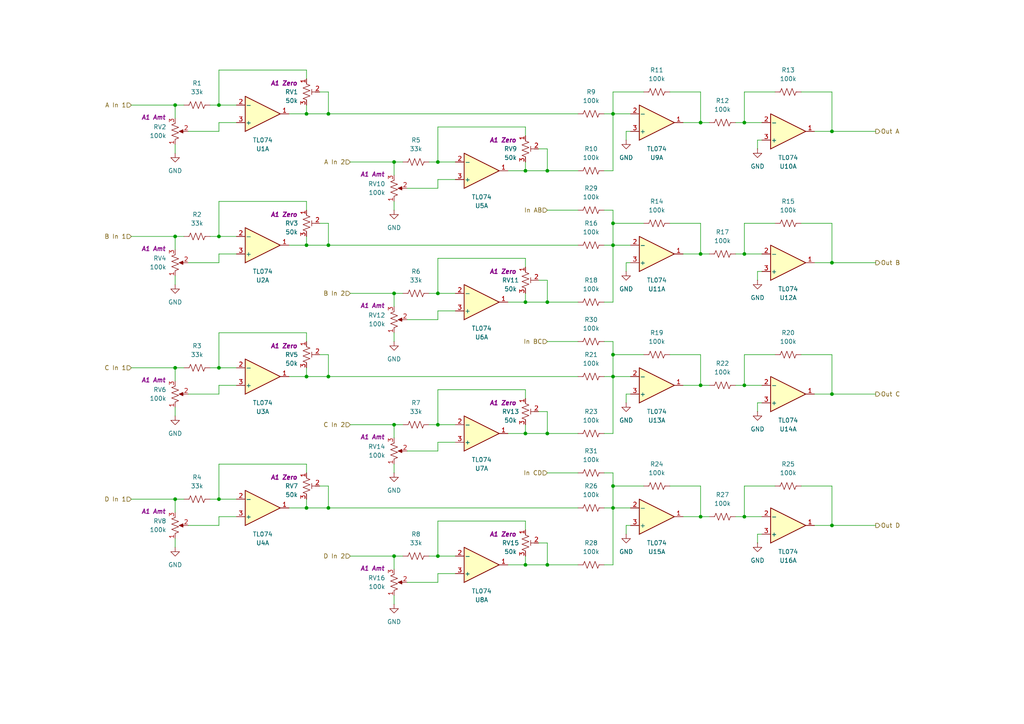
<source format=kicad_sch>
(kicad_sch (version 20250114) (generator "eeschema") (generator_version "9.0")
  (paper "A4")
  (title_block (company "DMH Instruments") (comment 1 "PCB for 5 cm Kosmo format synthesizer module"))
  (lib_symbols
    (symbol "Amplifier_Operational:TL074" (pin_names (offset 0.127))
      (property "Reference" "U" (at 0 5.08 0))
      (property "Value" "TL074" (at 0 -5.08 0))
      (symbol "TL074_1_1"
        (polyline (pts (xy -5.08 5.08) (xy 5.08 0) (xy -5.08 -5.08) (xy -5.08 5.08)) (stroke (width 0.254)) (fill (type background)))
        (pin input line (at -7.62 2.54 0) (length 2.54) (name "+") (number "3"))
        (pin input line (at -7.62 -2.54 0) (length 2.54) (name "-") (number "2"))
        (pin output line (at 7.62 0 180) (length 2.54) (name "~") (number "1"))
      )
      (symbol "TL074_2_1"
        (polyline (pts (xy -5.08 5.08) (xy 5.08 0) (xy -5.08 -5.08) (xy -5.08 5.08)) (stroke (width 0.254)) (fill (type background)))
        (pin input line (at -7.62 2.54 0) (length 2.54) (name "+") (number "5"))
        (pin input line (at -7.62 -2.54 0) (length 2.54) (name "-") (number "6"))
        (pin output line (at 7.62 0 180) (length 2.54) (name "~") (number "7"))
      )
      (symbol "TL074_3_1"
        (polyline (pts (xy -5.08 5.08) (xy 5.08 0) (xy -5.08 -5.08) (xy -5.08 5.08)) (stroke (width 0.254)) (fill (type background)))
        (pin input line (at -7.62 2.54 0) (length 2.54) (name "+") (number "10"))
        (pin input line (at -7.62 -2.54 0) (length 2.54) (name "-") (number "9"))
        (pin output line (at 7.62 0 180) (length 2.54) (name "~") (number "8"))
      )
      (symbol "TL074_4_1"
        (polyline (pts (xy -5.08 5.08) (xy 5.08 0) (xy -5.08 -5.08) (xy -5.08 5.08)) (stroke (width 0.254)) (fill (type background)))
        (pin input line (at -7.62 2.54 0) (length 2.54) (name "+") (number "12"))
        (pin input line (at -7.62 -2.54 0) (length 2.54) (name "-") (number "13"))
        (pin output line (at 7.62 0 180) (length 2.54) (name "~") (number "14"))
      )
      (symbol "TL074_5_1"
        (pin power_in line (at -2.54 7.62 270) (length 3.81) (name "V+") (number "4"))
        (pin power_in line (at -2.54 -7.62 90) (length 3.81) (name "V-") (number "11"))
      )
    )
    (symbol "Device:R_Potentiometer_Trim_US" (pin_names (offset 1.016) (hide yes))
      (property "Reference" "RV" (at -4.445 0 90))
      (property "Value" "R_Potentiometer_Trim_US" (at -2.54 0 90))
      (symbol "R_Potentiometer_Trim_US_0_1"
        (polyline (pts (xy 0 2.286) (xy 0 2.54)))
        (polyline (pts (xy 0 2.286) (xy 1.016 1.905) (xy 0 1.524) (xy -1.016 1.143) (xy 0 0.762)))
        (polyline (pts (xy 0 0.762) (xy 1.016 0.381) (xy 0 0) (xy -1.016 -0.381) (xy 0 -0.762)))
        (polyline (pts (xy 0 -0.762) (xy 1.016 -1.143) (xy 0 -1.524) (xy -1.016 -1.905) (xy 0 -2.286)))
        (polyline (pts (xy 0 -2.286) (xy 0 -2.54)))
        (polyline (pts (xy 1.524 0.762) (xy 1.524 -0.762)))
        (polyline (pts (xy 2.54 0) (xy 1.524 0)))
      )
      (symbol "R_Potentiometer_Trim_US_1_1"
        (pin passive line (at 0 3.81 270) (length 1.27) (name "1") (number "1"))
        (pin passive line (at 0 -3.81 90) (length 1.27) (name "3") (number "3"))
        (pin passive line (at 3.81 0 180) (length 1.27) (name "2") (number "2"))
      )
    )
    (symbol "Device:R_Potentiometer_US" (pin_names (offset 1.016) (hide yes))
      (property "Reference" "RV" (at -4.445 0 90))
      (property "Value" "R_Potentiometer_US" (at -2.54 0 90))
      (symbol "R_Potentiometer_US_0_1"
        (polyline (pts (xy 0 2.54) (xy 0 2.286)))
        (polyline (pts (xy 0 2.286) (xy 1.016 1.905) (xy 0 1.524) (xy -1.016 1.143) (xy 0 0.762)))
        (polyline (pts (xy 0 0.762) (xy 1.016 0.381) (xy 0 0) (xy -1.016 -0.381) (xy 0 -0.762)))
        (polyline (pts (xy 0 -0.762) (xy 1.016 -1.143) (xy 0 -1.524) (xy -1.016 -1.905) (xy 0 -2.286)))
        (polyline (pts (xy 0 -2.286) (xy 0 -2.54)))
        (polyline (pts (xy 1.143 0) (xy 2.286 0.508) (xy 2.286 -0.508) (xy 1.143 0)) (fill (type outline)))
        (polyline (pts (xy 2.54 0) (xy 1.524 0)))
      )
      (symbol "R_Potentiometer_US_1_1"
        (pin passive line (at 0 3.81 270) (length 1.27) (name "1") (number "1"))
        (pin passive line (at 0 -3.81 90) (length 1.27) (name "3") (number "3"))
        (pin passive line (at 3.81 0 180) (length 1.27) (name "2") (number "2"))
      )
    )
    (symbol "Device:R_US" (pin_numbers (hide yes)) (pin_names (offset 0))
      (property "Reference" "R" (at 2.54 0 90))
      (property "Value" "R_US" (at -2.54 0 90))
      (symbol "R_US_0_1"
        (polyline (pts (xy 0 2.286) (xy 0 2.54)))
        (polyline (pts (xy 0 2.286) (xy 1.016 1.905) (xy 0 1.524) (xy -1.016 1.143) (xy 0 0.762)))
        (polyline (pts (xy 0 0.762) (xy 1.016 0.381) (xy 0 0) (xy -1.016 -0.381) (xy 0 -0.762)))
        (polyline (pts (xy 0 -0.762) (xy 1.016 -1.143) (xy 0 -1.524) (xy -1.016 -1.905) (xy 0 -2.286)))
        (polyline (pts (xy 0 -2.286) (xy 0 -2.54)))
      )
      (symbol "R_US_1_1"
        (pin passive line (at 0 3.81 270) (length 1.27) (name "~") (number "1"))
        (pin passive line (at 0 -3.81 90) (length 1.27) (name "~") (number "2"))
      )
    )
    (symbol "power:GND" (power) (pin_numbers (hide yes)) (pin_names (offset 0) (hide yes))
      (property "Value" "GND" (at 0 -3.81 0))
      (symbol "GND_0_1"
        (polyline (pts (xy 0 0) (xy 0 -1.27) (xy 1.27 -1.27) (xy 0 -2.54) (xy -1.27 -1.27) (xy 0 -1.27)))
      )
      (symbol "GND_1_1"
        (pin power_in line (at 0 0 270) (length 0) (name "~") (number "1"))
      )
    )
  )
  (junction (at 63.5 144.78))
  (junction (at 241.3 152.4))
  (junction (at 203.2 73.66))
  (junction (at 241.3 38.1))
  (junction (at 158.75 87.63))
  (junction (at 215.9 149.86))
  (junction (at 63.5 106.68))
  (junction (at 50.8 144.78))
  (junction (at 241.3 76.2))
  (junction (at 63.5 68.58))
  (junction (at 114.3 46.99))
  (junction (at 177.8 140.97))
  (junction (at 127 46.99))
  (junction (at 241.3 114.3))
  (junction (at 177.8 102.87))
  (junction (at 215.9 35.56))
  (junction (at 215.9 111.76))
  (junction (at 127 161.29))
  (junction (at 203.2 35.56))
  (junction (at 158.75 49.53))
  (junction (at 95.25 33.02))
  (junction (at 88.9 109.22))
  (junction (at 95.25 71.12))
  (junction (at 127 85.09))
  (junction (at 203.2 149.86))
  (junction (at 95.25 109.22))
  (junction (at 177.8 147.32))
  (junction (at 152.4 163.83))
  (junction (at 114.3 123.19))
  (junction (at 158.75 163.83))
  (junction (at 114.3 161.29))
  (junction (at 152.4 87.63))
  (junction (at 88.9 71.12))
  (junction (at 63.5 30.48))
  (junction (at 114.3 85.09))
  (junction (at 95.25 147.32))
  (junction (at 177.8 109.22))
  (junction (at 177.8 64.77))
  (junction (at 152.4 125.73))
  (junction (at 158.75 125.73))
  (junction (at 88.9 147.32))
  (junction (at 215.9 73.66))
  (junction (at 177.8 71.12))
  (junction (at 88.9 33.02))
  (junction (at 152.4 49.53))
  (junction (at 177.8 33.02))
  (junction (at 203.2 111.76))
  (junction (at 127 123.19))
  (junction (at 50.8 68.58))
  (junction (at 50.8 106.68))
  (junction (at 50.8 30.48))
  (wire (pts (xy 177.8 60.96) (xy 177.8 64.77)))
  (wire (pts (xy 175.26 109.22) (xy 177.8 109.22)))
  (wire (pts (xy 203.2 35.56) (xy 198.12 35.56)))
  (wire (pts (xy 95.25 33.02) (xy 167.64 33.02)))
  (wire (pts (xy 127 46.99) (xy 132.08 46.99)))
  (wire (pts (xy 147.32 49.53) (xy 152.4 49.53)))
  (wire (pts (xy 60.96 106.68) (xy 63.5 106.68)))
  (wire (pts (xy 124.46 46.99) (xy 127 46.99)))
  (wire (pts (xy 114.3 161.29) (xy 114.3 165.1)))
  (wire (pts (xy 83.82 33.02) (xy 88.9 33.02)))
  (wire (pts (xy 224.79 64.77) (xy 215.9 64.77)))
  (wire (pts (xy 152.4 163.83) (xy 158.75 163.83)))
  (wire (pts (xy 156.21 119.38) (xy 158.75 119.38)))
  (wire (pts (xy 54.61 38.1) (xy 63.5 38.1)))
  (wire (pts (xy 158.75 87.63) (xy 167.64 87.63)))
  (wire (pts (xy 54.61 152.4) (xy 63.5 152.4)))
  (wire (pts (xy 186.69 102.87) (xy 177.8 102.87)))
  (wire (pts (xy 194.31 26.67) (xy 203.2 26.67)))
  (wire (pts (xy 175.26 33.02) (xy 177.8 33.02)))
  (wire (pts (xy 118.11 54.61) (xy 127 54.61)))
  (wire (pts (xy 182.88 76.2) (xy 181.61 76.2)))
  (wire (pts (xy 219.71 40.64) (xy 219.71 43.18)))
  (wire (pts (xy 50.8 30.48) (xy 53.34 30.48)))
  (wire (pts (xy 147.32 125.73) (xy 152.4 125.73)))
  (wire (pts (xy 152.4 151.13) (xy 152.4 153.67)))
  (wire (pts (xy 50.8 68.58) (xy 50.8 72.39)))
  (wire (pts (xy 101.6 85.09) (xy 114.3 85.09)))
  (wire (pts (xy 177.8 33.02) (xy 182.88 33.02)))
  (wire (pts (xy 203.2 111.76) (xy 198.12 111.76)))
  (wire (pts (xy 203.2 73.66) (xy 205.74 73.66)))
  (wire (pts (xy 156.21 43.18) (xy 158.75 43.18)))
  (wire (pts (xy 186.69 64.77) (xy 177.8 64.77)))
  (wire (pts (xy 232.41 102.87) (xy 241.3 102.87)))
  (wire (pts (xy 182.88 38.1) (xy 181.61 38.1)))
  (wire (pts (xy 88.9 33.02) (xy 88.9 30.48)))
  (wire (pts (xy 83.82 109.22) (xy 88.9 109.22)))
  (wire (pts (xy 50.8 106.68) (xy 53.34 106.68)))
  (wire (pts (xy 241.3 38.1) (xy 254 38.1)))
  (wire (pts (xy 177.8 64.77) (xy 177.8 71.12)))
  (wire (pts (xy 114.3 172.72) (xy 114.3 175.26)))
  (wire (pts (xy 83.82 147.32) (xy 88.9 147.32)))
  (wire (pts (xy 215.9 149.86) (xy 220.98 149.86)))
  (wire (pts (xy 181.61 152.4) (xy 181.61 154.94)))
  (wire (pts (xy 63.5 152.4) (xy 63.5 149.86)))
  (wire (pts (xy 50.8 118.11) (xy 50.8 120.65)))
  (wire (pts (xy 241.3 102.87) (xy 241.3 114.3)))
  (wire (pts (xy 88.9 134.62) (xy 88.9 137.16)))
  (wire (pts (xy 118.11 92.71) (xy 127 92.71)))
  (wire (pts (xy 127 123.19) (xy 132.08 123.19)))
  (wire (pts (xy 114.3 96.52) (xy 114.3 99.06)))
  (wire (pts (xy 114.3 123.19) (xy 116.84 123.19)))
  (wire (pts (xy 194.31 64.77) (xy 203.2 64.77)))
  (wire (pts (xy 63.5 20.32) (xy 63.5 30.48)))
  (wire (pts (xy 127 161.29) (xy 132.08 161.29)))
  (wire (pts (xy 63.5 114.3) (xy 63.5 111.76)))
  (wire (pts (xy 182.88 114.3) (xy 181.61 114.3)))
  (wire (pts (xy 241.3 152.4) (xy 254 152.4)))
  (wire (pts (xy 127 92.71) (xy 127 90.17)))
  (wire (pts (xy 215.9 140.97) (xy 215.9 149.86)))
  (wire (pts (xy 95.25 64.77) (xy 95.25 71.12)))
  (wire (pts (xy 88.9 147.32) (xy 88.9 144.78)))
  (wire (pts (xy 147.32 87.63) (xy 152.4 87.63)))
  (wire (pts (xy 127 74.93) (xy 127 85.09)))
  (wire (pts (xy 220.98 116.84) (xy 219.71 116.84)))
  (wire (pts (xy 95.25 102.87) (xy 95.25 109.22)))
  (wire (pts (xy 177.8 137.16) (xy 177.8 140.97)))
  (wire (pts (xy 127 128.27) (xy 132.08 128.27)))
  (wire (pts (xy 236.22 38.1) (xy 241.3 38.1)))
  (wire (pts (xy 38.1 30.48) (xy 50.8 30.48)))
  (wire (pts (xy 203.2 140.97) (xy 203.2 149.86)))
  (wire (pts (xy 203.2 149.86) (xy 198.12 149.86)))
  (wire (pts (xy 152.4 113.03) (xy 152.4 115.57)))
  (wire (pts (xy 194.31 102.87) (xy 203.2 102.87)))
  (wire (pts (xy 38.1 106.68) (xy 50.8 106.68)))
  (wire (pts (xy 158.75 43.18) (xy 158.75 49.53)))
  (wire (pts (xy 63.5 106.68) (xy 68.58 106.68)))
  (wire (pts (xy 63.5 30.48) (xy 68.58 30.48)))
  (wire (pts (xy 203.2 111.76) (xy 205.74 111.76)))
  (wire (pts (xy 63.5 73.66) (xy 68.58 73.66)))
  (wire (pts (xy 127 36.83) (xy 152.4 36.83)))
  (wire (pts (xy 177.8 26.67) (xy 177.8 33.02)))
  (wire (pts (xy 224.79 140.97) (xy 215.9 140.97)))
  (wire (pts (xy 63.5 76.2) (xy 63.5 73.66)))
  (wire (pts (xy 241.3 76.2) (xy 254 76.2)))
  (wire (pts (xy 215.9 26.67) (xy 215.9 35.56)))
  (wire (pts (xy 63.5 20.32) (xy 88.9 20.32)))
  (wire (pts (xy 177.8 102.87) (xy 177.8 109.22)))
  (wire (pts (xy 215.9 64.77) (xy 215.9 73.66)))
  (wire (pts (xy 241.3 64.77) (xy 241.3 76.2)))
  (wire (pts (xy 63.5 134.62) (xy 88.9 134.62)))
  (wire (pts (xy 127 113.03) (xy 127 123.19)))
  (wire (pts (xy 127 166.37) (xy 132.08 166.37)))
  (wire (pts (xy 63.5 35.56) (xy 68.58 35.56)))
  (wire (pts (xy 219.71 78.74) (xy 219.71 81.28)))
  (wire (pts (xy 213.36 149.86) (xy 215.9 149.86)))
  (wire (pts (xy 83.82 71.12) (xy 88.9 71.12)))
  (wire (pts (xy 236.22 114.3) (xy 241.3 114.3)))
  (wire (pts (xy 158.75 60.96) (xy 167.64 60.96)))
  (wire (pts (xy 203.2 73.66) (xy 198.12 73.66)))
  (wire (pts (xy 177.8 163.83) (xy 177.8 147.32)))
  (wire (pts (xy 182.88 152.4) (xy 181.61 152.4)))
  (wire (pts (xy 175.26 125.73) (xy 177.8 125.73)))
  (wire (pts (xy 215.9 73.66) (xy 220.98 73.66)))
  (wire (pts (xy 232.41 64.77) (xy 241.3 64.77)))
  (wire (pts (xy 124.46 123.19) (xy 127 123.19)))
  (wire (pts (xy 156.21 81.28) (xy 158.75 81.28)))
  (wire (pts (xy 63.5 38.1) (xy 63.5 35.56)))
  (wire (pts (xy 114.3 161.29) (xy 116.84 161.29)))
  (wire (pts (xy 232.41 26.67) (xy 241.3 26.67)))
  (wire (pts (xy 158.75 99.06) (xy 167.64 99.06)))
  (wire (pts (xy 175.26 60.96) (xy 177.8 60.96)))
  (wire (pts (xy 88.9 109.22) (xy 88.9 106.68)))
  (wire (pts (xy 181.61 114.3) (xy 181.61 116.84)))
  (wire (pts (xy 38.1 68.58) (xy 50.8 68.58)))
  (wire (pts (xy 177.8 99.06) (xy 177.8 102.87)))
  (wire (pts (xy 152.4 36.83) (xy 152.4 39.37)))
  (wire (pts (xy 177.8 109.22) (xy 182.88 109.22)))
  (wire (pts (xy 127 52.07) (xy 132.08 52.07)))
  (wire (pts (xy 92.71 102.87) (xy 95.25 102.87)))
  (wire (pts (xy 175.26 163.83) (xy 177.8 163.83)))
  (wire (pts (xy 63.5 68.58) (xy 68.58 68.58)))
  (wire (pts (xy 219.71 154.94) (xy 219.71 157.48)))
  (wire (pts (xy 158.75 125.73) (xy 167.64 125.73)))
  (wire (pts (xy 186.69 140.97) (xy 177.8 140.97)))
  (wire (pts (xy 50.8 68.58) (xy 53.34 68.58)))
  (wire (pts (xy 88.9 71.12) (xy 88.9 68.58)))
  (wire (pts (xy 114.3 46.99) (xy 114.3 50.8)))
  (wire (pts (xy 177.8 147.32) (xy 182.88 147.32)))
  (wire (pts (xy 152.4 125.73) (xy 152.4 123.19)))
  (wire (pts (xy 114.3 46.99) (xy 116.84 46.99)))
  (wire (pts (xy 50.8 41.91) (xy 50.8 44.45)))
  (wire (pts (xy 127 168.91) (xy 127 166.37)))
  (wire (pts (xy 224.79 102.87) (xy 215.9 102.87)))
  (wire (pts (xy 127 130.81) (xy 127 128.27)))
  (wire (pts (xy 95.25 26.67) (xy 95.25 33.02)))
  (wire (pts (xy 215.9 102.87) (xy 215.9 111.76)))
  (wire (pts (xy 213.36 35.56) (xy 215.9 35.56)))
  (wire (pts (xy 224.79 26.67) (xy 215.9 26.67)))
  (wire (pts (xy 220.98 78.74) (xy 219.71 78.74)))
  (wire (pts (xy 203.2 102.87) (xy 203.2 111.76)))
  (wire (pts (xy 241.3 26.67) (xy 241.3 38.1)))
  (wire (pts (xy 114.3 58.42) (xy 114.3 60.96)))
  (wire (pts (xy 50.8 30.48) (xy 50.8 34.29)))
  (wire (pts (xy 127 90.17) (xy 132.08 90.17)))
  (wire (pts (xy 147.32 163.83) (xy 152.4 163.83)))
  (wire (pts (xy 54.61 76.2) (xy 63.5 76.2)))
  (wire (pts (xy 50.8 106.68) (xy 50.8 110.49)))
  (wire (pts (xy 158.75 137.16) (xy 167.64 137.16)))
  (wire (pts (xy 63.5 134.62) (xy 63.5 144.78)))
  (wire (pts (xy 177.8 140.97) (xy 177.8 147.32)))
  (wire (pts (xy 181.61 38.1) (xy 181.61 40.64)))
  (wire (pts (xy 215.9 35.56) (xy 220.98 35.56)))
  (wire (pts (xy 186.69 26.67) (xy 177.8 26.67)))
  (wire (pts (xy 95.25 140.97) (xy 95.25 147.32)))
  (wire (pts (xy 175.26 147.32) (xy 177.8 147.32)))
  (wire (pts (xy 175.26 87.63) (xy 177.8 87.63)))
  (wire (pts (xy 194.31 140.97) (xy 203.2 140.97)))
  (wire (pts (xy 220.98 40.64) (xy 219.71 40.64)))
  (wire (pts (xy 127 151.13) (xy 127 161.29)))
  (wire (pts (xy 92.71 26.67) (xy 95.25 26.67)))
  (wire (pts (xy 152.4 87.63) (xy 152.4 85.09)))
  (wire (pts (xy 232.41 140.97) (xy 241.3 140.97)))
  (wire (pts (xy 241.3 140.97) (xy 241.3 152.4)))
  (wire (pts (xy 215.9 111.76) (xy 220.98 111.76)))
  (wire (pts (xy 95.25 109.22) (xy 167.64 109.22)))
  (wire (pts (xy 114.3 85.09) (xy 116.84 85.09)))
  (wire (pts (xy 127 151.13) (xy 152.4 151.13)))
  (wire (pts (xy 152.4 87.63) (xy 158.75 87.63)))
  (wire (pts (xy 118.11 168.91) (xy 127 168.91)))
  (wire (pts (xy 127 74.93) (xy 152.4 74.93)))
  (wire (pts (xy 50.8 80.01) (xy 50.8 82.55)))
  (wire (pts (xy 127 54.61) (xy 127 52.07)))
  (wire (pts (xy 158.75 157.48) (xy 158.75 163.83)))
  (wire (pts (xy 88.9 33.02) (xy 95.25 33.02)))
  (wire (pts (xy 152.4 125.73) (xy 158.75 125.73)))
  (wire (pts (xy 213.36 111.76) (xy 215.9 111.76)))
  (wire (pts (xy 63.5 58.42) (xy 63.5 68.58)))
  (wire (pts (xy 158.75 119.38) (xy 158.75 125.73)))
  (wire (pts (xy 220.98 154.94) (xy 219.71 154.94)))
  (wire (pts (xy 50.8 156.21) (xy 50.8 158.75)))
  (wire (pts (xy 63.5 111.76) (xy 68.58 111.76)))
  (wire (pts (xy 219.71 116.84) (xy 219.71 119.38)))
  (wire (pts (xy 114.3 134.62) (xy 114.3 137.16)))
  (wire (pts (xy 203.2 35.56) (xy 205.74 35.56)))
  (wire (pts (xy 236.22 76.2) (xy 241.3 76.2)))
  (wire (pts (xy 213.36 73.66) (xy 215.9 73.66)))
  (wire (pts (xy 177.8 71.12) (xy 182.88 71.12)))
  (wire (pts (xy 175.26 71.12) (xy 177.8 71.12)))
  (wire (pts (xy 203.2 149.86) (xy 205.74 149.86)))
  (wire (pts (xy 203.2 64.77) (xy 203.2 73.66)))
  (wire (pts (xy 95.25 147.32) (xy 167.64 147.32)))
  (wire (pts (xy 88.9 147.32) (xy 95.25 147.32)))
  (wire (pts (xy 88.9 71.12) (xy 95.25 71.12)))
  (wire (pts (xy 63.5 144.78) (xy 68.58 144.78)))
  (wire (pts (xy 124.46 85.09) (xy 127 85.09)))
  (wire (pts (xy 124.46 161.29) (xy 127 161.29)))
  (wire (pts (xy 101.6 161.29) (xy 114.3 161.29)))
  (wire (pts (xy 175.26 137.16) (xy 177.8 137.16)))
  (wire (pts (xy 203.2 26.67) (xy 203.2 35.56)))
  (wire (pts (xy 152.4 49.53) (xy 152.4 46.99)))
  (wire (pts (xy 118.11 130.81) (xy 127 130.81)))
  (wire (pts (xy 60.96 68.58) (xy 63.5 68.58)))
  (wire (pts (xy 114.3 123.19) (xy 114.3 127)))
  (wire (pts (xy 92.71 64.77) (xy 95.25 64.77)))
  (wire (pts (xy 177.8 49.53) (xy 177.8 33.02)))
  (wire (pts (xy 175.26 99.06) (xy 177.8 99.06)))
  (wire (pts (xy 152.4 163.83) (xy 152.4 161.29)))
  (wire (pts (xy 241.3 114.3) (xy 254 114.3)))
  (wire (pts (xy 127 36.83) (xy 127 46.99)))
  (wire (pts (xy 158.75 163.83) (xy 167.64 163.83)))
  (wire (pts (xy 181.61 76.2) (xy 181.61 78.74)))
  (wire (pts (xy 177.8 125.73) (xy 177.8 109.22)))
  (wire (pts (xy 158.75 81.28) (xy 158.75 87.63)))
  (wire (pts (xy 152.4 74.93) (xy 152.4 77.47)))
  (wire (pts (xy 101.6 46.99) (xy 114.3 46.99)))
  (wire (pts (xy 88.9 20.32) (xy 88.9 22.86)))
  (wire (pts (xy 127 85.09) (xy 132.08 85.09)))
  (wire (pts (xy 50.8 144.78) (xy 50.8 148.59)))
  (wire (pts (xy 114.3 85.09) (xy 114.3 88.9)))
  (wire (pts (xy 95.25 71.12) (xy 167.64 71.12)))
  (wire (pts (xy 236.22 152.4) (xy 241.3 152.4)))
  (wire (pts (xy 156.21 157.48) (xy 158.75 157.48)))
  (wire (pts (xy 63.5 149.86) (xy 68.58 149.86)))
  (wire (pts (xy 63.5 58.42) (xy 88.9 58.42)))
  (wire (pts (xy 63.5 96.52) (xy 63.5 106.68)))
  (wire (pts (xy 101.6 123.19) (xy 114.3 123.19)))
  (wire (pts (xy 38.1 144.78) (xy 50.8 144.78)))
  (wire (pts (xy 158.75 49.53) (xy 167.64 49.53)))
  (wire (pts (xy 92.71 140.97) (xy 95.25 140.97)))
  (wire (pts (xy 175.26 49.53) (xy 177.8 49.53)))
  (wire (pts (xy 60.96 144.78) (xy 63.5 144.78)))
  (wire (pts (xy 88.9 96.52) (xy 88.9 99.06)))
  (wire (pts (xy 177.8 87.63) (xy 177.8 71.12)))
  (wire (pts (xy 88.9 109.22) (xy 95.25 109.22)))
  (wire (pts (xy 88.9 58.42) (xy 88.9 60.96)))
  (wire (pts (xy 152.4 49.53) (xy 158.75 49.53)))
  (wire (pts (xy 127 113.03) (xy 152.4 113.03)))
  (wire (pts (xy 50.8 144.78) (xy 53.34 144.78)))
  (wire (pts (xy 54.61 114.3) (xy 63.5 114.3)))
  (wire (pts (xy 63.5 96.52) (xy 88.9 96.52)))
  (wire (pts (xy 60.96 30.48) (xy 63.5 30.48)))
  (hierarchical_label "D In 1" (shape input) (at 38.1 144.78 180))
  (hierarchical_label "In CD" (shape input) (at 158.75 137.16 180))
  (hierarchical_label "A In 2" (shape input) (at 101.6 46.99 180))
  (hierarchical_label "D In 2" (shape input) (at 101.6 161.29 180))
  (hierarchical_label "In BC" (shape input) (at 158.75 99.06 180))
  (hierarchical_label "C In 2" (shape input) (at 101.6 123.19 180))
  (hierarchical_label "Out A" (shape output) (at 254 38.1 0))
  (hierarchical_label "Out B" (shape output) (at 254 76.2 0))
  (hierarchical_label "A In 1" (shape input) (at 38.1 30.48 180))
  (hierarchical_label "C In 1" (shape input) (at 38.1 106.68 180))
  (hierarchical_label "Out D" (shape output) (at 254 152.4 0))
  (hierarchical_label "B In 2" (shape input) (at 101.6 85.09 180))
  (hierarchical_label "In AB" (shape input) (at 158.75 60.96 180))
  (hierarchical_label "Out C" (shape output) (at 254 114.3 0))
  (hierarchical_label "B In 1" (shape input) (at 38.1 68.58 180))
  (symbol (lib_id "Device:R_US") (at 209.55 149.86 90) (unit 1) (on_board no)
    (property "Reference" "R27" (at 209.55 143.51 90))
    (property "Value" "100k" (at 209.55 146.05 90))
    (property "Footprint" "Resistor_THT:R_Axial_DIN0207_L6.3mm_D2.5mm_P7.62mm_Horizontal" (effects (hide yes)))
    (property "Description" "Resistor, US symbol" (effects (hide yes)))
  )
  (symbol (lib_id "power:GND") (at 181.61 40.64 0) (unit 1) (on_board no)
    (property "Reference" "#PWR019" (effects (hide yes)))
    (property "Value" "GND" (at 181.61 45.72 0))
    (property "Description" "Power symbol creates a global label with name \"GND\" , ground" (effects (hide yes)))
  )
  (symbol (lib_id "power:GND") (at 181.61 154.94 0) (unit 1) (on_board no)
    (property "Reference" "#PWR025" (effects (hide yes)))
    (property "Value" "GND" (at 181.61 160.02 0))
    (property "Description" "Power symbol creates a global label with name \"GND\" , ground" (effects (hide yes)))
  )
  (symbol (lib_id "power:GND") (at 50.8 82.55 0) (unit 1) (on_board no)
    (property "Reference" "#PWR02" (effects (hide yes)))
    (property "Value" "GND" (at 50.8 87.63 0))
    (property "Description" "Power symbol creates a global label with name \"GND\" , ground" (effects (hide yes)))
  )
  (symbol (lib_id "Amplifier_Operational:TL074") (at 190.5 35.56 0) (mirror x) (unit 1)
    (property "Reference" "U9" (at 190.5 45.72 0))
    (property "Value" "TL074" (at 190.5 43.18 0))
    (property "Datasheet" "http://www.ti.com/lit/ds/symlink/tl071.pdf" (effects (hide yes)))
    (property "Description" "Quad Low-Noise JFET-Input Operational Amplifiers, DIP-14/SOIC-14" (effects (hide yes)))
  )
  (symbol (lib_id "power:GND") (at 219.71 81.28 0) (unit 1) (on_board no)
    (property "Reference" "#PWR022" (effects (hide yes)))
    (property "Value" "GND" (at 219.71 86.36 0))
    (property "Description" "Power symbol creates a global label with name \"GND\" , ground" (effects (hide yes)))
  )
  (symbol (lib_id "Amplifier_Operational:TL074") (at 228.6 152.4 0) (mirror x) (unit 1)
    (property "Reference" "U16" (at 228.6 162.56 0))
    (property "Value" "TL074" (at 228.6 160.02 0))
    (property "Datasheet" "http://www.ti.com/lit/ds/symlink/tl071.pdf" (effects (hide yes)))
    (property "Description" "Quad Low-Noise JFET-Input Operational Amplifiers, DIP-14/SOIC-14" (effects (hide yes)))
  )
  (symbol (lib_id "Amplifier_Operational:TL074") (at 76.2 71.12 0) (mirror x) (unit 1) (on_board no)
    (property "Reference" "U2" (at 76.2 81.28 0))
    (property "Value" "TL074" (at 76.2 78.74 0))
    (property "Footprint" "Package_DIP:DIP-14_W7.62mm_Socket" (effects (hide yes)))
    (property "Datasheet" "http://www.ti.com/lit/ds/symlink/tl071.pdf" (effects (hide yes)))
    (property "Description" "Quad Low-Noise JFET-Input Operational Amplifiers, DIP-14/SOIC-14" (effects (hide yes)))
  )
  (symbol (lib_id "Amplifier_Operational:TL074") (at 190.5 111.76 0) (mirror x) (unit 1)
    (property "Reference" "U13" (at 190.5 121.92 0))
    (property "Value" "TL074" (at 190.5 119.38 0))
    (property "Datasheet" "http://www.ti.com/lit/ds/symlink/tl071.pdf" (effects (hide yes)))
    (property "Description" "Quad Low-Noise JFET-Input Operational Amplifiers, DIP-14/SOIC-14" (effects (hide yes)))
  )
  (symbol (lib_id "Amplifier_Operational:TL074") (at 76.2 109.22 0) (mirror x) (unit 1) (on_board no)
    (property "Reference" "U3" (at 76.2 119.38 0))
    (property "Value" "TL074" (at 76.2 116.84 0))
    (property "Footprint" "Package_DIP:DIP-14_W7.62mm_Socket" (effects (hide yes)))
    (property "Datasheet" "http://www.ti.com/lit/ds/symlink/tl071.pdf" (effects (hide yes)))
    (property "Description" "Quad Low-Noise JFET-Input Operational Amplifiers, DIP-14/SOIC-14" (effects (hide yes)))
  )
  (symbol (lib_id "Device:R_Potentiometer_Trim_US") (at 152.4 157.48 0) (unit 1) (on_board no)
    (property "Reference" "RV15" (at 148.082 157.48 0))
    (property "Value" "50k" (at 148.082 160.02 0))
    (property "Footprint" "Potentiometer_THT:Potentiometer_Bourns_3296X_Horizontal" (effects (hide yes)))
    (property "Description" "Trim-potentiometer, US symbol" (effects (hide yes)))
    (property "Function" "A1 Zero" (at 145.796 154.94 0) (effects (font (thickness 0.254) (bold yes) (italic yes))))
  )
  (symbol (lib_id "Amplifier_Operational:TL074") (at 228.6 38.1 0) (mirror x) (unit 1)
    (property "Reference" "U10" (at 228.6 48.26 0))
    (property "Value" "TL074" (at 228.6 45.72 0))
    (property "Datasheet" "http://www.ti.com/lit/ds/symlink/tl071.pdf" (effects (hide yes)))
    (property "Description" "Quad Low-Noise JFET-Input Operational Amplifiers, DIP-14/SOIC-14" (effects (hide yes)))
  )
  (symbol (lib_id "Device:R_US") (at 171.45 99.06 90) (unit 1) (on_board no)
    (property "Reference" "R30" (at 171.45 92.71 90))
    (property "Value" "100k" (at 171.45 95.25 90))
    (property "Footprint" "Resistor_THT:R_Axial_DIN0207_L6.3mm_D2.5mm_P7.62mm_Horizontal" (effects (hide yes)))
    (property "Description" "Resistor, US symbol" (effects (hide yes)))
  )
  (symbol (lib_id "Device:R_Potentiometer_Trim_US") (at 152.4 43.18 0) (unit 1) (on_board no)
    (property "Reference" "RV9" (at 148.082 43.18 0))
    (property "Value" "50k" (at 148.082 45.72 0))
    (property "Footprint" "Potentiometer_THT:Potentiometer_Bourns_3296X_Horizontal" (effects (hide yes)))
    (property "Description" "Trim-potentiometer, US symbol" (effects (hide yes)))
    (property "Function" "A1 Zero" (at 145.796 40.64 0) (effects (font (thickness 0.254) (bold yes) (italic yes))))
  )
  (symbol (lib_id "power:GND") (at 181.61 78.74 0) (unit 1) (on_board no)
    (property "Reference" "#PWR021" (effects (hide yes)))
    (property "Value" "GND" (at 181.61 83.82 0))
    (property "Description" "Power symbol creates a global label with name \"GND\" , ground" (effects (hide yes)))
  )
  (symbol (lib_id "Device:R_Potentiometer_US") (at 114.3 54.61 0) (mirror x) (unit 1) (on_board no)
    (property "Reference" "RV10" (at 111.76 53.3399 0) (effects (justify right)))
    (property "Value" "100k" (at 111.76 55.8799 0) (effects (justify right)))
    (property "Footprint" "SynthStuff:Potentiometer_TT_P110KH1" (effects (hide yes)))
    (property "Description" "Potentiometer, US symbol" (effects (hide yes)))
    (property "Function" "A1 Amt" (at 107.95 50.546 0) (effects (font (thickness 0.254) (bold yes) (italic yes))))
  )
  (symbol (lib_id "Device:R_US") (at 171.45 137.16 90) (unit 1) (on_board no)
    (property "Reference" "R31" (at 171.45 130.81 90))
    (property "Value" "100k" (at 171.45 133.35 90))
    (property "Footprint" "Resistor_THT:R_Axial_DIN0207_L6.3mm_D2.5mm_P7.62mm_Horizontal" (effects (hide yes)))
    (property "Description" "Resistor, US symbol" (effects (hide yes)))
  )
  (symbol (lib_id "Device:R_US") (at 171.45 109.22 90) (unit 1) (on_board no)
    (property "Reference" "R21" (at 171.45 102.87 90))
    (property "Value" "100k" (at 171.45 105.41 90))
    (property "Footprint" "Resistor_THT:R_Axial_DIN0207_L6.3mm_D2.5mm_P7.62mm_Horizontal" (effects (hide yes)))
    (property "Description" "Resistor, US symbol" (effects (hide yes)))
  )
  (symbol (lib_id "Amplifier_Operational:TL074") (at 228.6 114.3 0) (mirror x) (unit 1)
    (property "Reference" "U14" (at 228.6 124.46 0))
    (property "Value" "TL074" (at 228.6 121.92 0))
    (property "Datasheet" "http://www.ti.com/lit/ds/symlink/tl071.pdf" (effects (hide yes)))
    (property "Description" "Quad Low-Noise JFET-Input Operational Amplifiers, DIP-14/SOIC-14" (effects (hide yes)))
  )
  (symbol (lib_id "Device:R_US") (at 171.45 71.12 90) (unit 1) (on_board no)
    (property "Reference" "R16" (at 171.45 64.77 90))
    (property "Value" "100k" (at 171.45 67.31 90))
    (property "Footprint" "Resistor_THT:R_Axial_DIN0207_L6.3mm_D2.5mm_P7.62mm_Horizontal" (effects (hide yes)))
    (property "Description" "Resistor, US symbol" (effects (hide yes)))
  )
  (symbol (lib_id "Device:R_Potentiometer_Trim_US") (at 152.4 81.28 0) (unit 1) (on_board no)
    (property "Reference" "RV11" (at 148.082 81.28 0))
    (property "Value" "50k" (at 148.082 83.82 0))
    (property "Footprint" "Potentiometer_THT:Potentiometer_Bourns_3296X_Horizontal" (effects (hide yes)))
    (property "Description" "Trim-potentiometer, US symbol" (effects (hide yes)))
    (property "Function" "A1 Zero" (at 145.796 78.74 0) (effects (font (thickness 0.254) (bold yes) (italic yes))))
  )
  (symbol (lib_id "power:GND") (at 114.3 175.26 0) (unit 1) (on_board no)
    (property "Reference" "#PWR012" (effects (hide yes)))
    (property "Value" "GND" (at 114.3 180.34 0))
    (property "Description" "Power symbol creates a global label with name \"GND\" , ground" (effects (hide yes)))
  )
  (symbol (lib_id "Device:R_Potentiometer_US") (at 50.8 114.3 0) (mirror x) (unit 1) (on_board no)
    (property "Reference" "RV6" (at 48.26 113.0299 0) (effects (justify right)))
    (property "Value" "100k" (at 48.26 115.5699 0) (effects (justify right)))
    (property "Footprint" "SynthStuff:Potentiometer_TT_P110KH1" (effects (hide yes)))
    (property "Description" "Potentiometer, US symbol" (effects (hide yes)))
    (property "Function" "A1 Amt" (at 44.45 110.236 0) (effects (font (thickness 0.254) (bold yes) (italic yes))))
  )
  (symbol (lib_id "Device:R_Potentiometer_US") (at 50.8 76.2 0) (mirror x) (unit 1) (on_board no)
    (property "Reference" "RV4" (at 48.26 74.9299 0) (effects (justify right)))
    (property "Value" "100k" (at 48.26 77.4699 0) (effects (justify right)))
    (property "Footprint" "SynthStuff:Potentiometer_TT_P110KH1" (effects (hide yes)))
    (property "Description" "Potentiometer, US symbol" (effects (hide yes)))
    (property "Function" "A1 Amt" (at 44.45 72.136 0) (effects (font (thickness 0.254) (bold yes) (italic yes))))
  )
  (symbol (lib_id "Amplifier_Operational:TL074") (at 139.7 87.63 0) (mirror x) (unit 1) (on_board no)
    (property "Reference" "U6" (at 139.7 97.79 0))
    (property "Value" "TL074" (at 139.7 95.25 0))
    (property "Footprint" "Package_DIP:DIP-14_W7.62mm_Socket" (effects (hide yes)))
    (property "Datasheet" "http://www.ti.com/lit/ds/symlink/tl071.pdf" (effects (hide yes)))
    (property "Description" "Quad Low-Noise JFET-Input Operational Amplifiers, DIP-14/SOIC-14" (effects (hide yes)))
  )
  (symbol (lib_id "Device:R_US") (at 209.55 111.76 90) (unit 1) (on_board no)
    (property "Reference" "R22" (at 209.55 105.41 90))
    (property "Value" "100k" (at 209.55 107.95 90))
    (property "Footprint" "Resistor_THT:R_Axial_DIN0207_L6.3mm_D2.5mm_P7.62mm_Horizontal" (effects (hide yes)))
    (property "Description" "Resistor, US symbol" (effects (hide yes)))
  )
  (symbol (lib_id "Device:R_Potentiometer_Trim_US") (at 88.9 140.97 0) (unit 1) (on_board no)
    (property "Reference" "RV7" (at 84.582 140.97 0))
    (property "Value" "50k" (at 84.582 143.51 0))
    (property "Footprint" "Potentiometer_THT:Potentiometer_Bourns_3296X_Horizontal" (effects (hide yes)))
    (property "Description" "Trim-potentiometer, US symbol" (effects (hide yes)))
    (property "Function" "A1 Zero" (at 82.296 138.43 0) (effects (font (thickness 0.254) (bold yes) (italic yes))))
  )
  (symbol (lib_id "Device:R_US") (at 120.65 85.09 90) (unit 1) (on_board no)
    (property "Reference" "R6" (at 120.65 78.74 90))
    (property "Value" "33k" (at 120.65 81.28 90))
    (property "Footprint" "Resistor_THT:R_Axial_DIN0207_L6.3mm_D2.5mm_P7.62mm_Horizontal" (effects (hide yes)))
    (property "Description" "Resistor, US symbol" (effects (hide yes)))
  )
  (symbol (lib_id "Device:R_US") (at 209.55 73.66 90) (unit 1) (on_board no)
    (property "Reference" "R17" (at 209.55 67.31 90))
    (property "Value" "100k" (at 209.55 69.85 90))
    (property "Footprint" "Resistor_THT:R_Axial_DIN0207_L6.3mm_D2.5mm_P7.62mm_Horizontal" (effects (hide yes)))
    (property "Description" "Resistor, US symbol" (effects (hide yes)))
  )
  (symbol (lib_id "power:GND") (at 114.3 137.16 0) (unit 1) (on_board no)
    (property "Reference" "#PWR011" (effects (hide yes)))
    (property "Value" "GND" (at 114.3 142.24 0))
    (property "Description" "Power symbol creates a global label with name \"GND\" , ground" (effects (hide yes)))
  )
  (symbol (lib_id "Device:R_Potentiometer_US") (at 114.3 168.91 0) (mirror x) (unit 1) (on_board no)
    (property "Reference" "RV16" (at 111.76 167.6399 0) (effects (justify right)))
    (property "Value" "100k" (at 111.76 170.1799 0) (effects (justify right)))
    (property "Footprint" "SynthStuff:Potentiometer_TT_P110KH1" (effects (hide yes)))
    (property "Description" "Potentiometer, US symbol" (effects (hide yes)))
    (property "Function" "A1 Amt" (at 107.95 164.846 0) (effects (font (thickness 0.254) (bold yes) (italic yes))))
  )
  (symbol (lib_id "Device:R_Potentiometer_Trim_US") (at 88.9 64.77 0) (unit 1) (on_board no)
    (property "Reference" "RV3" (at 84.582 64.77 0))
    (property "Value" "50k" (at 84.582 67.31 0))
    (property "Footprint" "Potentiometer_THT:Potentiometer_Bourns_3296X_Horizontal" (effects (hide yes)))
    (property "Description" "Trim-potentiometer, US symbol" (effects (hide yes)))
    (property "Function" "A1 Zero" (at 82.296 62.23 0) (effects (font (thickness 0.254) (bold yes) (italic yes))))
  )
  (symbol (lib_id "Device:R_US") (at 171.45 49.53 90) (unit 1) (on_board no)
    (property "Reference" "R10" (at 171.45 43.18 90))
    (property "Value" "100k" (at 171.45 45.72 90))
    (property "Footprint" "Resistor_THT:R_Axial_DIN0207_L6.3mm_D2.5mm_P7.62mm_Horizontal" (effects (hide yes)))
    (property "Description" "Resistor, US symbol" (effects (hide yes)))
  )
  (symbol (lib_id "Device:R_Potentiometer_US") (at 114.3 92.71 0) (mirror x) (unit 1) (on_board no)
    (property "Reference" "RV12" (at 111.76 91.4399 0) (effects (justify right)))
    (property "Value" "100k" (at 111.76 93.9799 0) (effects (justify right)))
    (property "Footprint" "SynthStuff:Potentiometer_TT_P110KH1" (effects (hide yes)))
    (property "Description" "Potentiometer, US symbol" (effects (hide yes)))
    (property "Function" "A1 Amt" (at 107.95 88.646 0) (effects (font (thickness 0.254) (bold yes) (italic yes))))
  )
  (symbol (lib_id "Device:R_US") (at 228.6 102.87 90) (unit 1) (on_board no)
    (property "Reference" "R20" (at 228.6 96.52 90))
    (property "Value" "100k" (at 228.6 99.06 90))
    (property "Footprint" "Resistor_THT:R_Axial_DIN0207_L6.3mm_D2.5mm_P7.62mm_Horizontal" (effects (hide yes)))
    (property "Description" "Resistor, US symbol" (effects (hide yes)))
  )
  (symbol (lib_id "Device:R_Potentiometer_US") (at 50.8 152.4 0) (mirror x) (unit 1) (on_board no)
    (property "Reference" "RV8" (at 48.26 151.1299 0) (effects (justify right)))
    (property "Value" "100k" (at 48.26 153.6699 0) (effects (justify right)))
    (property "Footprint" "SynthStuff:Potentiometer_TT_P110KH1" (effects (hide yes)))
    (property "Description" "Potentiometer, US symbol" (effects (hide yes)))
    (property "Function" "A1 Amt" (at 44.45 148.336 0) (effects (font (thickness 0.254) (bold yes) (italic yes))))
  )
  (symbol (lib_id "power:GND") (at 219.71 157.48 0) (unit 1) (on_board no)
    (property "Reference" "#PWR026" (effects (hide yes)))
    (property "Value" "GND" (at 219.71 162.56 0))
    (property "Description" "Power symbol creates a global label with name \"GND\" , ground" (effects (hide yes)))
  )
  (symbol (lib_id "power:GND") (at 114.3 99.06 0) (unit 1) (on_board no)
    (property "Reference" "#PWR010" (effects (hide yes)))
    (property "Value" "GND" (at 114.3 104.14 0))
    (property "Description" "Power symbol creates a global label with name \"GND\" , ground" (effects (hide yes)))
  )
  (symbol (lib_id "Device:R_US") (at 120.65 46.99 90) (unit 1) (on_board no)
    (property "Reference" "R5" (at 120.65 40.64 90))
    (property "Value" "33k" (at 120.65 43.18 90))
    (property "Footprint" "Resistor_THT:R_Axial_DIN0207_L6.3mm_D2.5mm_P7.62mm_Horizontal" (effects (hide yes)))
    (property "Description" "Resistor, US symbol" (effects (hide yes)))
  )
  (symbol (lib_id "Amplifier_Operational:TL074") (at 76.2 33.02 0) (mirror x) (unit 1) (on_board no)
    (property "Reference" "U1" (at 76.2 43.18 0))
    (property "Value" "TL074" (at 76.2 40.64 0))
    (property "Footprint" "Package_DIP:DIP-14_W7.62mm_Socket" (effects (hide yes)))
    (property "Datasheet" "http://www.ti.com/lit/ds/symlink/tl071.pdf" (effects (hide yes)))
    (property "Description" "Quad Low-Noise JFET-Input Operational Amplifiers, DIP-14/SOIC-14" (effects (hide yes)))
  )
  (symbol (lib_id "Amplifier_Operational:TL074") (at 139.7 125.73 0) (mirror x) (unit 1) (on_board no)
    (property "Reference" "U7" (at 139.7 135.89 0))
    (property "Value" "TL074" (at 139.7 133.35 0))
    (property "Footprint" "Package_DIP:DIP-14_W7.62mm_Socket" (effects (hide yes)))
    (property "Datasheet" "http://www.ti.com/lit/ds/symlink/tl071.pdf" (effects (hide yes)))
    (property "Description" "Quad Low-Noise JFET-Input Operational Amplifiers, DIP-14/SOIC-14" (effects (hide yes)))
  )
  (symbol (lib_id "Device:R_US") (at 171.45 147.32 90) (unit 1) (on_board no)
    (property "Reference" "R26" (at 171.45 140.97 90))
    (property "Value" "100k" (at 171.45 143.51 90))
    (property "Footprint" "Resistor_THT:R_Axial_DIN0207_L6.3mm_D2.5mm_P7.62mm_Horizontal" (effects (hide yes)))
    (property "Description" "Resistor, US symbol" (effects (hide yes)))
  )
  (symbol (lib_id "Device:R_Potentiometer_US") (at 50.8 38.1 0) (mirror x) (unit 1) (on_board no)
    (property "Reference" "RV2" (at 48.26 36.8299 0) (effects (justify right)))
    (property "Value" "100k" (at 48.26 39.3699 0) (effects (justify right)))
    (property "Footprint" "SynthStuff:Potentiometer_TT_P110KH1" (effects (hide yes)))
    (property "Description" "Potentiometer, US symbol" (effects (hide yes)))
    (property "Function" "A1 Amt" (at 44.45 34.036 0) (effects (font (thickness 0.254) (bold yes) (italic yes))))
  )
  (symbol (lib_id "power:GND") (at 50.8 158.75 0) (unit 1) (on_board no)
    (property "Reference" "#PWR04" (effects (hide yes)))
    (property "Value" "GND" (at 50.8 163.83 0))
    (property "Description" "Power symbol creates a global label with name \"GND\" , ground" (effects (hide yes)))
  )
  (symbol (lib_id "Device:R_US") (at 228.6 64.77 90) (unit 1) (on_board no)
    (property "Reference" "R15" (at 228.6 58.42 90))
    (property "Value" "100k" (at 228.6 60.96 90))
    (property "Footprint" "Resistor_THT:R_Axial_DIN0207_L6.3mm_D2.5mm_P7.62mm_Horizontal" (effects (hide yes)))
    (property "Description" "Resistor, US symbol" (effects (hide yes)))
  )
  (symbol (lib_id "Device:R_US") (at 57.15 106.68 90) (unit 1) (on_board no)
    (property "Reference" "R3" (at 57.15 100.33 90))
    (property "Value" "33k" (at 57.15 102.87 90))
    (property "Footprint" "Resistor_THT:R_Axial_DIN0207_L6.3mm_D2.5mm_P7.62mm_Horizontal" (effects (hide yes)))
    (property "Description" "Resistor, US symbol" (effects (hide yes)))
  )
  (symbol (lib_id "power:GND") (at 50.8 44.45 0) (unit 1) (on_board no)
    (property "Reference" "#PWR?" (effects (hide yes)))
    (property "Value" "GND" (at 50.8 49.53 0))
    (property "Description" "Power symbol creates a global label with name \"GND\" , ground" (effects (hide yes)))
  )
  (symbol (lib_id "Amplifier_Operational:TL074") (at 76.2 147.32 0) (mirror x) (unit 1) (on_board no)
    (property "Reference" "U4" (at 76.2 157.48 0))
    (property "Value" "TL074" (at 76.2 154.94 0))
    (property "Footprint" "Package_DIP:DIP-14_W7.62mm_Socket" (effects (hide yes)))
    (property "Datasheet" "http://www.ti.com/lit/ds/symlink/tl071.pdf" (effects (hide yes)))
    (property "Description" "Quad Low-Noise JFET-Input Operational Amplifiers, DIP-14/SOIC-14" (effects (hide yes)))
  )
  (symbol (lib_id "Device:R_Potentiometer_Trim_US") (at 152.4 119.38 0) (unit 1) (on_board no)
    (property "Reference" "RV13" (at 148.082 119.38 0))
    (property "Value" "50k" (at 148.082 121.92 0))
    (property "Footprint" "Potentiometer_THT:Potentiometer_Bourns_3296X_Horizontal" (effects (hide yes)))
    (property "Description" "Trim-potentiometer, US symbol" (effects (hide yes)))
    (property "Function" "A1 Zero" (at 145.796 116.84 0) (effects (font (thickness 0.254) (bold yes) (italic yes))))
  )
  (symbol (lib_id "Device:R_US") (at 228.6 26.67 90) (unit 1) (on_board no)
    (property "Reference" "R13" (at 228.6 20.32 90))
    (property "Value" "100k" (at 228.6 22.86 90))
    (property "Footprint" "Resistor_THT:R_Axial_DIN0207_L6.3mm_D2.5mm_P7.62mm_Horizontal" (effects (hide yes)))
    (property "Description" "Resistor, US symbol" (effects (hide yes)))
  )
  (symbol (lib_id "Device:R_Potentiometer_US") (at 114.3 130.81 0) (mirror x) (unit 1) (on_board no)
    (property "Reference" "RV14" (at 111.76 129.5399 0) (effects (justify right)))
    (property "Value" "100k" (at 111.76 132.0799 0) (effects (justify right)))
    (property "Footprint" "SynthStuff:Potentiometer_TT_P110KH1" (effects (hide yes)))
    (property "Description" "Potentiometer, US symbol" (effects (hide yes)))
    (property "Function" "A1 Amt" (at 107.95 126.746 0) (effects (font (thickness 0.254) (bold yes) (italic yes))))
  )
  (symbol (lib_id "Device:R_US") (at 57.15 30.48 90) (unit 1) (on_board no)
    (property "Reference" "R1" (at 57.15 24.13 90))
    (property "Value" "33k" (at 57.15 26.67 90))
    (property "Footprint" "Resistor_THT:R_Axial_DIN0207_L6.3mm_D2.5mm_P7.62mm_Horizontal" (effects (hide yes)))
    (property "Description" "Resistor, US symbol" (effects (hide yes)))
  )
  (symbol (lib_id "power:GND") (at 181.61 116.84 0) (unit 1) (on_board no)
    (property "Reference" "#PWR023" (effects (hide yes)))
    (property "Value" "GND" (at 181.61 121.92 0))
    (property "Description" "Power symbol creates a global label with name \"GND\" , ground" (effects (hide yes)))
  )
  (symbol (lib_id "Amplifier_Operational:TL074") (at 190.5 149.86 0) (mirror x) (unit 1)
    (property "Reference" "U15" (at 190.5 160.02 0))
    (property "Value" "TL074" (at 190.5 157.48 0))
    (property "Datasheet" "http://www.ti.com/lit/ds/symlink/tl071.pdf" (effects (hide yes)))
    (property "Description" "Quad Low-Noise JFET-Input Operational Amplifiers, DIP-14/SOIC-14" (effects (hide yes)))
  )
  (symbol (lib_id "Device:R_US") (at 171.45 87.63 90) (unit 1) (on_board no)
    (property "Reference" "R18" (at 171.45 81.28 90))
    (property "Value" "100k" (at 171.45 83.82 90))
    (property "Footprint" "Resistor_THT:R_Axial_DIN0207_L6.3mm_D2.5mm_P7.62mm_Horizontal" (effects (hide yes)))
    (property "Description" "Resistor, US symbol" (effects (hide yes)))
  )
  (symbol (lib_id "Amplifier_Operational:TL074") (at 139.7 163.83 0) (mirror x) (unit 1) (on_board no)
    (property "Reference" "U8" (at 139.7 173.99 0))
    (property "Value" "TL074" (at 139.7 171.45 0))
    (property "Footprint" "Package_DIP:DIP-14_W7.62mm_Socket" (effects (hide yes)))
    (property "Datasheet" "http://www.ti.com/lit/ds/symlink/tl071.pdf" (effects (hide yes)))
    (property "Description" "Quad Low-Noise JFET-Input Operational Amplifiers, DIP-14/SOIC-14" (effects (hide yes)))
  )
  (symbol (lib_id "Amplifier_Operational:TL074") (at 228.6 76.2 0) (mirror x) (unit 1)
    (property "Reference" "U12" (at 228.6 86.36 0))
    (property "Value" "TL074" (at 228.6 83.82 0))
    (property "Datasheet" "http://www.ti.com/lit/ds/symlink/tl071.pdf" (effects (hide yes)))
    (property "Description" "Quad Low-Noise JFET-Input Operational Amplifiers, DIP-14/SOIC-14" (effects (hide yes)))
  )
  (symbol (lib_id "Device:R_Potentiometer_Trim_US") (at 88.9 26.67 0) (unit 1) (on_board no)
    (property "Reference" "RV1" (at 84.582 26.67 0))
    (property "Value" "50k" (at 84.582 29.21 0))
    (property "Footprint" "Potentiometer_THT:Potentiometer_Bourns_3296X_Horizontal" (effects (hide yes)))
    (property "Description" "Trim-potentiometer, US symbol" (effects (hide yes)))
    (property "Function" "A1 Zero" (at 82.296 24.13 0) (effects (font (thickness 0.254) (bold yes) (italic yes))))
  )
  (symbol (lib_id "power:GND") (at 219.71 119.38 0) (unit 1) (on_board no)
    (property "Reference" "#PWR024" (effects (hide yes)))
    (property "Value" "GND" (at 219.71 124.46 0))
    (property "Description" "Power symbol creates a global label with name \"GND\" , ground" (effects (hide yes)))
  )
  (symbol (lib_id "Device:R_US") (at 171.45 125.73 90) (unit 1) (on_board no)
    (property "Reference" "R23" (at 171.45 119.38 90))
    (property "Value" "100k" (at 171.45 121.92 90))
    (property "Footprint" "Resistor_THT:R_Axial_DIN0207_L6.3mm_D2.5mm_P7.62mm_Horizontal" (effects (hide yes)))
    (property "Description" "Resistor, US symbol" (effects (hide yes)))
  )
  (symbol (lib_id "Device:R_US") (at 120.65 123.19 90) (unit 1) (on_board no)
    (property "Reference" "R7" (at 120.65 116.84 90))
    (property "Value" "33k" (at 120.65 119.38 90))
    (property "Footprint" "Resistor_THT:R_Axial_DIN0207_L6.3mm_D2.5mm_P7.62mm_Horizontal" (effects (hide yes)))
    (property "Description" "Resistor, US symbol" (effects (hide yes)))
  )
  (symbol (lib_id "Device:R_US") (at 190.5 140.97 90) (unit 1) (on_board no)
    (property "Reference" "R24" (at 190.5 134.62 90))
    (property "Value" "100k" (at 190.5 137.16 90))
    (property "Footprint" "Resistor_THT:R_Axial_DIN0207_L6.3mm_D2.5mm_P7.62mm_Horizontal" (effects (hide yes)))
    (property "Description" "Resistor, US symbol" (effects (hide yes)))
  )
  (symbol (lib_id "Device:R_US") (at 120.65 161.29 90) (unit 1) (on_board no)
    (property "Reference" "R8" (at 120.65 154.94 90))
    (property "Value" "33k" (at 120.65 157.48 90))
    (property "Footprint" "Resistor_THT:R_Axial_DIN0207_L6.3mm_D2.5mm_P7.62mm_Horizontal" (effects (hide yes)))
    (property "Description" "Resistor, US symbol" (effects (hide yes)))
  )
  (symbol (lib_id "Device:R_US") (at 57.15 68.58 90) (unit 1) (on_board no)
    (property "Reference" "R2" (at 57.15 62.23 90))
    (property "Value" "33k" (at 57.15 64.77 90))
    (property "Footprint" "Resistor_THT:R_Axial_DIN0207_L6.3mm_D2.5mm_P7.62mm_Horizontal" (effects (hide yes)))
    (property "Description" "Resistor, US symbol" (effects (hide yes)))
  )
  (symbol (lib_id "power:GND") (at 219.71 43.18 0) (unit 1) (on_board no)
    (property "Reference" "#PWR020" (effects (hide yes)))
    (property "Value" "GND" (at 219.71 48.26 0))
    (property "Description" "Power symbol creates a global label with name \"GND\" , ground" (effects (hide yes)))
  )
  (symbol (lib_id "Device:R_Potentiometer_Trim_US") (at 88.9 102.87 0) (unit 1) (on_board no)
    (property "Reference" "RV5" (at 84.582 102.87 0))
    (property "Value" "50k" (at 84.582 105.41 0))
    (property "Footprint" "Potentiometer_THT:Potentiometer_Bourns_3296X_Horizontal" (effects (hide yes)))
    (property "Description" "Trim-potentiometer, US symbol" (effects (hide yes)))
    (property "Function" "A1 Zero" (at 82.296 100.33 0) (effects (font (thickness 0.254) (bold yes) (italic yes))))
  )
  (symbol (lib_id "Amplifier_Operational:TL074") (at 190.5 73.66 0) (mirror x) (unit 1)
    (property "Reference" "U11" (at 190.5 83.82 0))
    (property "Value" "TL074" (at 190.5 81.28 0))
    (property "Datasheet" "http://www.ti.com/lit/ds/symlink/tl071.pdf" (effects (hide yes)))
    (property "Description" "Quad Low-Noise JFET-Input Operational Amplifiers, DIP-14/SOIC-14" (effects (hide yes)))
  )
  (symbol (lib_id "Amplifier_Operational:TL074") (at 139.7 49.53 0) (mirror x) (unit 1) (on_board no)
    (property "Reference" "U5" (at 139.7 59.69 0))
    (property "Value" "TL074" (at 139.7 57.15 0))
    (property "Footprint" "Package_DIP:DIP-14_W7.62mm_Socket" (effects (hide yes)))
    (property "Datasheet" "http://www.ti.com/lit/ds/symlink/tl071.pdf" (effects (hide yes)))
    (property "Description" "Quad Low-Noise JFET-Input Operational Amplifiers, DIP-14/SOIC-14" (effects (hide yes)))
  )
  (symbol (lib_id "Device:R_US") (at 190.5 26.67 90) (unit 1) (on_board no)
    (property "Reference" "R11" (at 190.5 20.32 90))
    (property "Value" "100k" (at 190.5 22.86 90))
    (property "Footprint" "Resistor_THT:R_Axial_DIN0207_L6.3mm_D2.5mm_P7.62mm_Horizontal" (effects (hide yes)))
    (property "Description" "Resistor, US symbol" (effects (hide yes)))
  )
  (symbol (lib_id "Device:R_US") (at 171.45 60.96 90) (unit 1) (on_board no)
    (property "Reference" "R29" (at 171.45 54.61 90))
    (property "Value" "100k" (at 171.45 57.15 90))
    (property "Footprint" "Resistor_THT:R_Axial_DIN0207_L6.3mm_D2.5mm_P7.62mm_Horizontal" (effects (hide yes)))
    (property "Description" "Resistor, US symbol" (effects (hide yes)))
  )
  (symbol (lib_id "Device:R_US") (at 171.45 163.83 90) (unit 1) (on_board no)
    (property "Reference" "R28" (at 171.45 157.48 90))
    (property "Value" "100k" (at 171.45 160.02 90))
    (property "Footprint" "Resistor_THT:R_Axial_DIN0207_L6.3mm_D2.5mm_P7.62mm_Horizontal" (effects (hide yes)))
    (property "Description" "Resistor, US symbol" (effects (hide yes)))
  )
  (symbol (lib_id "Device:R_US") (at 228.6 140.97 90) (unit 1) (on_board no)
    (property "Reference" "R25" (at 228.6 134.62 90))
    (property "Value" "100k" (at 228.6 137.16 90))
    (property "Footprint" "Resistor_THT:R_Axial_DIN0207_L6.3mm_D2.5mm_P7.62mm_Horizontal" (effects (hide yes)))
    (property "Description" "Resistor, US symbol" (effects (hide yes)))
  )
  (symbol (lib_id "power:GND") (at 114.3 60.96 0) (unit 1) (on_board no)
    (property "Reference" "#PWR09" (effects (hide yes)))
    (property "Value" "GND" (at 114.3 66.04 0))
    (property "Description" "Power symbol creates a global label with name \"GND\" , ground" (effects (hide yes)))
  )
  (symbol (lib_id "Device:R_US") (at 209.55 35.56 90) (unit 1) (on_board no)
    (property "Reference" "R12" (at 209.55 29.21 90))
    (property "Value" "100k" (at 209.55 31.75 90))
    (property "Footprint" "Resistor_THT:R_Axial_DIN0207_L6.3mm_D2.5mm_P7.62mm_Horizontal" (effects (hide yes)))
    (property "Description" "Resistor, US symbol" (effects (hide yes)))
  )
  (symbol (lib_id "Device:R_US") (at 190.5 102.87 90) (unit 1) (on_board no)
    (property "Reference" "R19" (at 190.5 96.52 90))
    (property "Value" "100k" (at 190.5 99.06 90))
    (property "Footprint" "Resistor_THT:R_Axial_DIN0207_L6.3mm_D2.5mm_P7.62mm_Horizontal" (effects (hide yes)))
    (property "Description" "Resistor, US symbol" (effects (hide yes)))
  )
  (symbol (lib_id "Device:R_US") (at 57.15 144.78 90) (unit 1) (on_board no)
    (property "Reference" "R4" (at 57.15 138.43 90))
    (property "Value" "33k" (at 57.15 140.97 90))
    (property "Footprint" "Resistor_THT:R_Axial_DIN0207_L6.3mm_D2.5mm_P7.62mm_Horizontal" (effects (hide yes)))
    (property "Description" "Resistor, US symbol" (effects (hide yes)))
  )
  (symbol (lib_id "power:GND") (at 50.8 120.65 0) (unit 1) (on_board no)
    (property "Reference" "#PWR03" (effects (hide yes)))
    (property "Value" "GND" (at 50.8 125.73 0))
    (property "Description" "Power symbol creates a global label with name \"GND\" , ground" (effects (hide yes)))
  )
  (symbol (lib_id "Device:R_US") (at 171.45 33.02 90) (unit 1) (on_board no)
    (property "Reference" "R9" (at 171.45 26.67 90))
    (property "Value" "100k" (at 171.45 29.21 90))
    (property "Footprint" "Resistor_THT:R_Axial_DIN0207_L6.3mm_D2.5mm_P7.62mm_Horizontal" (effects (hide yes)))
    (property "Description" "Resistor, US symbol" (effects (hide yes)))
  )
  (symbol (lib_id "Device:R_US") (at 190.5 64.77 90) (unit 1) (on_board no)
    (property "Reference" "R14" (at 190.5 58.42 90))
    (property "Value" "100k" (at 190.5 60.96 90))
    (property "Footprint" "Resistor_THT:R_Axial_DIN0207_L6.3mm_D2.5mm_P7.62mm_Horizontal" (effects (hide yes)))
    (property "Description" "Resistor, US symbol" (effects (hide yes)))
  )
)
</source>
